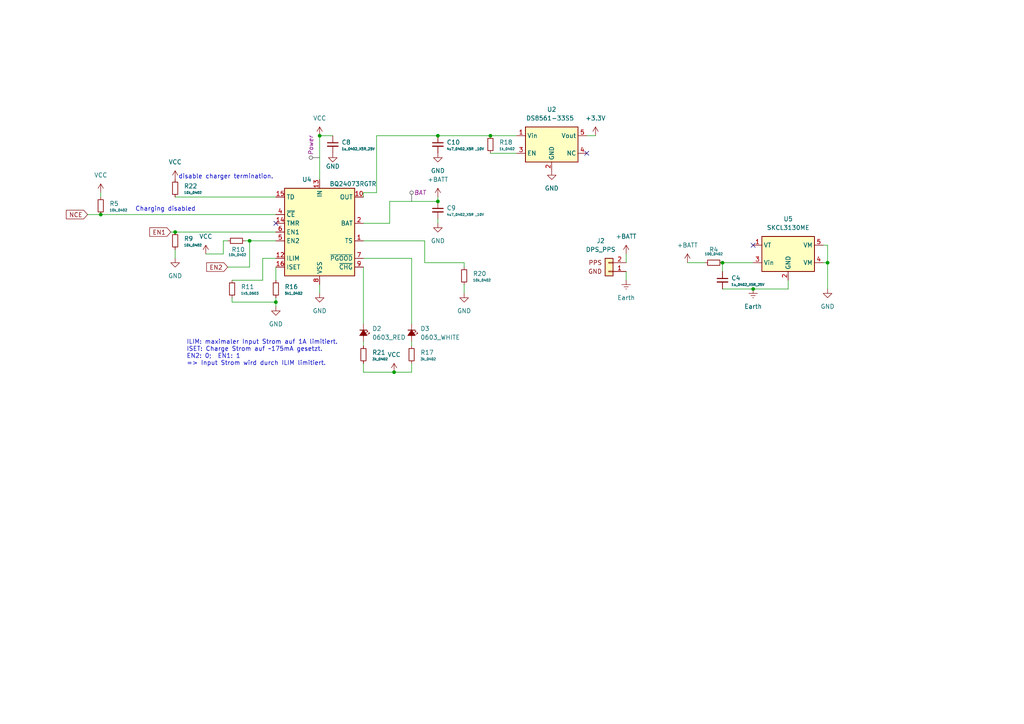
<source format=kicad_sch>
(kicad_sch (version 20231120) (generator "eeschema") (generator_version "8.0")
  (paper "A4")
  (lib_symbols
    (symbol "Battery_Management:BQ24072RGT"
      (property "Reference" "U" (at -8.89 13.97 0))
      (property "Value" "BQ24072RGT" (at 16.51 13.97 0))
      (symbol "BQ24072RGT_0_1"
        (rectangle (start -10.16 12.7) (end 10.16 -12.7) (stroke (width 0.254)) (fill (type background)))
      )
      (symbol "BQ24072RGT_1_1"
        (pin passive line (at 12.7 -2.54 180) (length 2.54) (name "TS") (number "1"))
        (pin power_out line (at 12.7 10.16 180) (length 2.54) (name "OUT") (number "10"))
        (pin passive line (at 12.7 10.16 180) (length 2.54) hide (name "OUT") (number "11"))
        (pin passive line (at -12.7 -7.62 0) (length 2.54) (name "ILIM") (number "12"))
        (pin power_in line (at 0 15.24 270) (length 2.54) (name "IN") (number "13"))
        (pin input line (at -12.7 2.54 0) (length 2.54) (name "TMR") (number "14"))
        (pin input line (at -12.7 10.16 0) (length 2.54) (name "TD") (number "15"))
        (pin passive line (at -12.7 -10.16 0) (length 2.54) (name "ISET") (number "16"))
        (pin passive line (at 0 -15.24 90) (length 2.54) hide (name "VSS") (number "17"))
        (pin power_out line (at 12.7 2.54 180) (length 2.54) (name "BAT") (number "2"))
        (pin passive line (at 12.7 2.54 180) (length 2.54) hide (name "BAT") (number "3"))
        (pin input line (at -12.7 5.08 0) (length 2.54) (name "~{CE}") (number "4"))
        (pin input line (at -12.7 -2.54 0) (length 2.54) (name "EN2") (number "5"))
        (pin input line (at -12.7 0 0) (length 2.54) (name "EN1") (number "6"))
        (pin open_collector line (at 12.7 -7.62 180) (length 2.54) (name "~{PGOOD}") (number "7"))
        (pin power_in line (at 0 -15.24 90) (length 2.54) (name "VSS") (number "8"))
        (pin open_collector line (at 12.7 -10.16 180) (length 2.54) (name "~{CHG}") (number "9"))
      )
    )
    (symbol "DPS_connectors:DPS_PPS" (pin_names (offset 1.016) hide)
      (property "Reference" "J" (at 0 3.81 0))
      (property "Value" "DPS_PPS" (at 0 -3.81 0))
      (symbol "DPS_PPS_0_0"
        (text "GND" (at 1.905 1.27 0) (effects (font (size 1.27 1.27)) (justify left)))
      )
      (symbol "DPS_PPS_1_0"
        (text "PPS" (at 1.905 -1.27 0) (effects (font (size 1.27 1.27)) (justify left)))
      )
      (symbol "DPS_PPS_1_1"
        (rectangle (start -1.27 -1.143) (end 0 -1.397) (stroke (width 0.1524)))
        (rectangle (start -1.27 1.397) (end 0 1.143) (stroke (width 0.1524)))
        (rectangle (start -1.27 2.54) (end 1.016 -2.54) (stroke (width 0.254)) (fill (type background)))
        (pin passive line (at -5.08 1.27 0) (length 3.81) (name "Pin_1") (number "1"))
        (pin passive line (at -5.08 -1.27 0) (length 3.81) (name "Pin_2") (number "2"))
      )
    )
    (symbol "Lil-Lib:DS8561-33S5"
      (property "Reference" "U" (at -7.62 6.35 0))
      (property "Value" "DS8561-33S5 " (at 2.54 -6.35 0))
      (symbol "DS8561-33S5_1_1"
        (rectangle (start -7.62 5.08) (end 7.62 -5.08) (stroke (width 0.254)) (fill (type background)))
        (pin input line (at -10.16 2.54 0) (length 2.54) (name "Vin") (number "1"))
        (pin power_in line (at 0 -7.62 90) (length 2.54) (name "GND") (number "2"))
        (pin bidirectional line (at -10.16 -2.54 0) (length 2.54) (name "EN") (number "3"))
        (pin power_in line (at 10.16 -2.54 180) (length 2.54) (name "NC") (number "4"))
        (pin input line (at 10.16 2.54 180) (length 2.54) (name "Vout") (number "5"))
      )
    )
    (symbol "Lil-Lib:SKCL3130ME"
      (property "Reference" "U" (at -7.62 6.35 0))
      (property "Value" "SKCL3130ME" (at 2.54 -6.35 0))
      (symbol "SKCL3130ME_1_1"
        (rectangle (start -7.62 5.08) (end 7.62 -5.08) (stroke (width 0.254)) (fill (type background)))
        (pin input line (at -10.16 2.54 0) (length 2.54) (name "VT") (number "1"))
        (pin power_in line (at 0 -7.62 90) (length 2.54) (name "GND") (number "2"))
        (pin bidirectional line (at -10.16 -2.54 0) (length 2.54) (name "Vin") (number "3"))
        (pin power_in line (at 10.16 -2.54 180) (length 2.54) (name "VM") (number "4"))
        (pin input line (at 10.16 2.54 180) (length 2.54) (name "VM") (number "5"))
      )
    )
    (symbol "capacitor_smd_extended:4u7_0402_X5R _10V" (pin_numbers hide) (pin_names (offset 0.254) hide)
      (property "Reference" "C" (at 0.254 1.778 0))
      (property "Value" "4u7_0402_X5R _10V" (at 0.254 -2.032 0))
      (symbol "4u7_0402_X5R _10V_0_1"
        (polyline (pts (xy -1.524 -0.508) (xy 1.524 -0.508)) (stroke (width 0.3302)))
        (polyline (pts (xy -1.524 0.508) (xy 1.524 0.508)) (stroke (width 0.3048)))
      )
      (symbol "4u7_0402_X5R _10V_1_1"
        (pin passive line (at 0 2.54 270) (length 2.032) (name "~") (number "1"))
        (pin passive line (at 0 -2.54 90) (length 2.032) (name "~") (number "2"))
      )
    )
    (symbol "capacitor_smd_standard:1u_0402_X5R_25V" (pin_numbers hide) (pin_names (offset 0.254) hide)
      (property "Reference" "C" (at 0.254 1.778 0))
      (property "Value" "1u_0402_X5R_25V" (at 0.254 -2.032 0))
      (symbol "1u_0402_X5R_25V_0_1"
        (polyline (pts (xy -1.524 -0.508) (xy 1.524 -0.508)) (stroke (width 0.3302)))
        (polyline (pts (xy -1.524 0.508) (xy 1.524 0.508)) (stroke (width 0.3048)))
      )
      (symbol "1u_0402_X5R_25V_1_1"
        (pin passive line (at 0 2.54 270) (length 2.032) (name "~") (number "1"))
        (pin passive line (at 0 -2.54 90) (length 2.032) (name "~") (number "2"))
      )
    )
    (symbol "led:0603_GREEN" (pin_numbers hide) (pin_names (offset 0.254) hide)
      (property "Reference" "D" (at -1.27 3.175 0))
      (property "Value" "0603_GREEN" (at -4.445 -2.54 0))
      (symbol "0603_GREEN_0_1"
        (polyline (pts (xy -0.762 -1.016) (xy -0.762 1.016)) (stroke (width 0.254)))
        (polyline (pts (xy 1.016 0) (xy -0.762 0)))
        (polyline (pts (xy 0.762 -1.016) (xy -0.762 0) (xy 0.762 1.016) (xy 0.762 -1.016)) (stroke (width 0.254)) (fill (type outline)))
        (polyline (pts (xy 0 0.762) (xy -0.508 1.27) (xy -0.254 1.27) (xy -0.508 1.27) (xy -0.508 1.016)))
        (polyline (pts (xy 0.508 1.27) (xy 0 1.778) (xy 0.254 1.778) (xy 0 1.778) (xy 0 1.524)))
      )
      (symbol "0603_GREEN_1_1"
        (pin passive line (at -2.54 0 0) (length 1.778) (name "K") (number "1"))
        (pin passive line (at 2.54 0 180) (length 1.778) (name "A") (number "2"))
      )
    )
    (symbol "led:0603_RED" (pin_numbers hide) (pin_names (offset 0.254) hide)
      (property "Reference" "D" (at -1.27 3.175 0))
      (property "Value" "0603_RED" (at -4.445 -2.54 0))
      (symbol "0603_RED_0_1"
        (polyline (pts (xy -0.762 -1.016) (xy -0.762 1.016)) (stroke (width 0.254)))
        (polyline (pts (xy 1.016 0) (xy -0.762 0)))
        (polyline (pts (xy 0.762 -1.016) (xy -0.762 0) (xy 0.762 1.016) (xy 0.762 -1.016)) (stroke (width 0.254)) (fill (type outline)))
        (polyline (pts (xy 0 0.762) (xy -0.508 1.27) (xy -0.254 1.27) (xy -0.508 1.27) (xy -0.508 1.016)))
        (polyline (pts (xy 0.508 1.27) (xy 0 1.778) (xy 0.254 1.778) (xy 0 1.778) (xy 0 1.524)))
      )
      (symbol "0603_RED_1_1"
        (pin passive line (at -2.54 0 0) (length 1.778) (name "K") (number "1"))
        (pin passive line (at 2.54 0 180) (length 1.778) (name "A") (number "2"))
      )
    )
    (symbol "power:+3.3V" (power) (pin_names (offset 0))
      (property "Value" "+3.3V" (at 0 3.556 0))
      (symbol "+3.3V_0_1"
        (polyline (pts (xy -0.762 1.27) (xy 0 2.54)))
        (polyline (pts (xy 0 0) (xy 0 2.54)))
        (polyline (pts (xy 0 2.54) (xy 0.762 1.27)))
      )
      (symbol "+3.3V_1_1"
        (pin power_in line (at 0 0 90) (length 0) hide (name "+3.3V") (number "1"))
      )
    )
    (symbol "power:+BATT" (power) (pin_names (offset 0))
      (property "Value" "+BATT" (at 0 3.556 0))
      (symbol "+BATT_0_1"
        (polyline (pts (xy -0.762 1.27) (xy 0 2.54)))
        (polyline (pts (xy 0 0) (xy 0 2.54)))
        (polyline (pts (xy 0 2.54) (xy 0.762 1.27)))
      )
      (symbol "+BATT_1_1"
        (pin power_in line (at 0 0 90) (length 0) hide (name "+BATT") (number "1"))
      )
    )
    (symbol "power:Earth" (power) (pin_numbers hide) (pin_names (offset 0) hide)
      (property "Value" "Earth" (at 0 -3.81 0))
      (symbol "Earth_0_1"
        (polyline (pts (xy -0.635 -1.905) (xy 0.635 -1.905)))
        (polyline (pts (xy -0.127 -2.54) (xy 0.127 -2.54)))
        (polyline (pts (xy 0 -1.27) (xy 0 0)))
        (polyline (pts (xy 1.27 -1.27) (xy -1.27 -1.27)))
      )
      (symbol "Earth_1_1"
        (pin power_in line (at 0 0 270) (length 0) (name "~") (number "1"))
      )
    )
    (symbol "power:GND" (power) (pin_names (offset 0))
      (property "Value" "GND" (at 0 -3.81 0))
      (symbol "GND_0_1"
        (polyline (pts (xy 0 0) (xy 0 -1.27) (xy 1.27 -1.27) (xy 0 -2.54) (xy -1.27 -1.27) (xy 0 -1.27)))
      )
      (symbol "GND_1_1"
        (pin power_in line (at 0 0 270) (length 0) hide (name "GND") (number "1"))
      )
    )
    (symbol "power:VCC" (power) (pin_names (offset 0))
      (property "Value" "VCC" (at 0 3.81 0))
      (symbol "VCC_0_1"
        (polyline (pts (xy -0.762 1.27) (xy 0 2.54)))
        (polyline (pts (xy 0 0) (xy 0 2.54)))
        (polyline (pts (xy 0 2.54) (xy 0.762 1.27)))
      )
      (symbol "VCC_1_1"
        (pin power_in line (at 0 0 90) (length 0) hide (name "VCC") (number "1"))
      )
    )
    (symbol "resistor_smd_standard:100_0402" (pin_numbers hide) (pin_names (offset 0.254) hide)
      (property "Reference" "R" (at 1.27 1.27 0))
      (property "Value" "100_0402" (at 1.27 0 0))
      (symbol "100_0402_0_1"
        (rectangle (start -0.762 1.778) (end 0.762 -1.778) (stroke (width 0.2032)))
      )
      (symbol "100_0402_1_1"
        (pin passive line (at 0 2.54 270) (length 0.762) (name "~") (number "1"))
        (pin passive line (at 0 -2.54 90) (length 0.762) (name "~") (number "2"))
      )
    )
    (symbol "resistor_smd_standard:10k_0402" (pin_numbers hide) (pin_names (offset 0.254) hide)
      (property "Reference" "R" (at 1.27 1.27 0))
      (property "Value" "10k_0402" (at 1.27 0 0))
      (symbol "10k_0402_0_1"
        (rectangle (start -0.762 1.778) (end 0.762 -1.778) (stroke (width 0.2032)))
      )
      (symbol "10k_0402_1_1"
        (pin passive line (at 0 2.54 270) (length 0.762) (name "~") (number "1"))
        (pin passive line (at 0 -2.54 90) (length 0.762) (name "~") (number "2"))
      )
    )
    (symbol "resistor_smd_standard:1k5_0603" (pin_numbers hide) (pin_names (offset 0.254) hide)
      (property "Reference" "R" (at 1.27 1.27 0))
      (property "Value" "1k5_0603" (at 1.27 0 0))
      (symbol "1k5_0603_0_1"
        (rectangle (start -0.762 1.778) (end 0.762 -1.778) (stroke (width 0.2032)))
      )
      (symbol "1k5_0603_1_1"
        (pin passive line (at 0 2.54 270) (length 0.762) (name "~") (number "1"))
        (pin passive line (at 0 -2.54 90) (length 0.762) (name "~") (number "2"))
      )
    )
    (symbol "resistor_smd_standard:1k_0402" (pin_numbers hide) (pin_names (offset 0.254) hide)
      (property "Reference" "R" (at 1.27 1.27 0))
      (property "Value" "1k_0402" (at 1.27 0 0))
      (symbol "1k_0402_0_1"
        (rectangle (start -0.762 1.778) (end 0.762 -1.778) (stroke (width 0.2032)))
      )
      (symbol "1k_0402_1_1"
        (pin passive line (at 0 2.54 270) (length 0.762) (name "~") (number "1"))
        (pin passive line (at 0 -2.54 90) (length 0.762) (name "~") (number "2"))
      )
    )
    (symbol "resistor_smd_standard:3k_0402" (pin_numbers hide) (pin_names (offset 0.254) hide)
      (property "Reference" "R" (at 1.27 1.27 0))
      (property "Value" "3k_0402" (at 1.27 0 0))
      (symbol "3k_0402_0_1"
        (rectangle (start -0.762 1.778) (end 0.762 -1.778) (stroke (width 0.2032)))
      )
      (symbol "3k_0402_1_1"
        (pin passive line (at 0 2.54 270) (length 0.762) (name "~") (number "1"))
        (pin passive line (at 0 -2.54 90) (length 0.762) (name "~") (number "2"))
      )
    )
    (symbol "resistor_smd_standard:8k2_0402" (pin_numbers hide) (pin_names (offset 0.254) hide)
      (property "Reference" "R" (at 1.27 1.27 0))
      (property "Value" "8k2_0402" (at 1.27 0 0))
      (symbol "8k2_0402_0_1"
        (rectangle (start -0.762 1.778) (end 0.762 -1.778) (stroke (width 0.2032)))
      )
      (symbol "8k2_0402_1_1"
        (pin passive line (at 0 2.54 270) (length 0.762) (name "~") (number "1"))
        (pin passive line (at 0 -2.54 90) (length 0.762) (name "~") (number "2"))
      )
    )
  )
  (junction (at 114.3 107.95))
  (junction (at 209.55 76.2))
  (junction (at 80.01 87.63))
  (junction (at 240.03 76.2))
  (junction (at 29.21 62.23))
  (junction (at 50.8 67.31))
  (junction (at 127 58.42))
  (junction (at 142.24 39.37))
  (junction (at 92.71 39.37))
  (junction (at 218.44 83.82))
  (junction (at 72.39 69.85))
  (junction (at 127 39.37))
  (no_connect (at 218.44 71.12))
  (no_connect (at 170.18 44.45))
  (no_connect (at 80.01 64.77))
  (wire (pts (xy 109.22 55.88) (xy 105.41 55.88)))
  (wire (pts (xy 113.03 58.42) (xy 127 58.42)))
  (wire (pts (xy 92.71 39.37) (xy 92.71 52.07)))
  (wire (pts (xy 181.61 81.28) (xy 181.61 78.74)))
  (wire (pts (xy 181.61 73.66) (xy 181.61 76.2)))
  (wire (pts (xy 71.12 69.85) (xy 72.39 69.85)))
  (wire (pts (xy 123.19 76.2) (xy 134.62 76.2)))
  (wire (pts (xy 67.31 81.28) (xy 76.2 81.28)))
  (wire (pts (xy 228.6 83.82) (xy 228.6 81.28)))
  (wire (pts (xy 218.44 83.82) (xy 228.6 83.82)))
  (wire (pts (xy 127 63.5) (xy 127 64.77)))
  (wire (pts (xy 105.41 105.41) (xy 105.41 107.95)))
  (wire (pts (xy 92.71 82.55) (xy 92.71 85.09)))
  (wire (pts (xy 105.41 93.98) (xy 105.41 77.47)))
  (wire (pts (xy 240.03 71.12) (xy 238.76 71.12)))
  (wire (pts (xy 109.22 39.37) (xy 127 39.37)))
  (wire (pts (xy 80.01 87.63) (xy 80.01 88.9)))
  (wire (pts (xy 114.3 107.95) (xy 119.38 107.95)))
  (wire (pts (xy 142.24 39.37) (xy 149.86 39.37)))
  (wire (pts (xy 72.39 69.85) (xy 80.01 69.85)))
  (wire (pts (xy 80.01 77.47) (xy 80.01 81.28)))
  (wire (pts (xy 119.38 93.98) (xy 119.38 74.93)))
  (wire (pts (xy 240.03 76.2) (xy 238.76 76.2)))
  (wire (pts (xy 209.55 76.2) (xy 209.55 78.74)))
  (wire (pts (xy 66.04 69.85) (xy 64.77 69.85)))
  (wire (pts (xy 49.53 67.31) (xy 50.8 67.31)))
  (wire (pts (xy 25.4 62.23) (xy 29.21 62.23)))
  (wire (pts (xy 50.8 57.15) (xy 80.01 57.15)))
  (wire (pts (xy 134.62 76.2) (xy 134.62 77.47)))
  (wire (pts (xy 119.38 99.06) (xy 119.38 100.33)))
  (wire (pts (xy 209.55 76.2) (xy 218.44 76.2)))
  (wire (pts (xy 105.41 69.85) (xy 123.19 69.85)))
  (wire (pts (xy 64.77 73.66) (xy 59.69 73.66)))
  (wire (pts (xy 209.55 83.82) (xy 218.44 83.82)))
  (wire (pts (xy 127 39.37) (xy 142.24 39.37)))
  (wire (pts (xy 105.41 55.88) (xy 105.41 57.15)))
  (wire (pts (xy 199.39 76.2) (xy 204.47 76.2)))
  (wire (pts (xy 123.19 69.85) (xy 123.19 76.2)))
  (wire (pts (xy 72.39 77.47) (xy 72.39 69.85)))
  (wire (pts (xy 170.18 39.37) (xy 172.72 39.37)))
  (wire (pts (xy 50.8 72.39) (xy 50.8 74.93)))
  (wire (pts (xy 134.62 82.55) (xy 134.62 85.09)))
  (wire (pts (xy 50.8 67.31) (xy 80.01 67.31)))
  (wire (pts (xy 29.21 62.23) (xy 80.01 62.23)))
  (wire (pts (xy 76.2 81.28) (xy 76.2 74.93)))
  (wire (pts (xy 109.22 39.37) (xy 109.22 55.88)))
  (wire (pts (xy 66.04 77.47) (xy 72.39 77.47)))
  (wire (pts (xy 76.2 74.93) (xy 80.01 74.93)))
  (wire (pts (xy 29.21 55.88) (xy 29.21 57.15)))
  (wire (pts (xy 105.41 107.95) (xy 114.3 107.95)))
  (wire (pts (xy 80.01 86.36) (xy 80.01 87.63)))
  (wire (pts (xy 119.38 74.93) (xy 105.41 74.93)))
  (wire (pts (xy 113.03 64.77) (xy 105.41 64.77)))
  (wire (pts (xy 67.31 86.36) (xy 67.31 87.63)))
  (wire (pts (xy 142.24 44.45) (xy 149.86 44.45)))
  (wire (pts (xy 240.03 71.12) (xy 240.03 76.2)))
  (wire (pts (xy 67.31 87.63) (xy 80.01 87.63)))
  (wire (pts (xy 127 57.15) (xy 127 58.42)))
  (wire (pts (xy 113.03 58.42) (xy 113.03 64.77)))
  (wire (pts (xy 92.71 39.37) (xy 96.52 39.37)))
  (wire (pts (xy 64.77 69.85) (xy 64.77 73.66)))
  (wire (pts (xy 119.38 107.95) (xy 119.38 105.41)))
  (wire (pts (xy 240.03 83.82) (xy 240.03 76.2)))
  (wire (pts (xy 105.41 99.06) (xy 105.41 100.33)))
  (text "Charging disabled\n" (at 48.006 60.706 0) (effects (font (size 1.27 1.27))))
  (text "disable charger termination." (at 65.532 51.308 0) (effects (font (size 1.27 1.27))))
  (text "ILIM: maximaler Input Strom auf 1A limitiert.\nISET: Charge Strom auf ~175mA gesetzt.\nEN2: 0;  EN1: 1 \n=> Input Strom wird durch ILIM limitiert." (at 54.102 106.172 0) (effects (font (size 1.27 1.27)) (justify left bottom)))
  (global_label "EN1" (shape input) (at 49.53 67.31 180) (property "Intersheetrefs" "${INTERSHEET_REFS}" (effects (hide yes))))
  (global_label "EN2" (shape input) (at 66.04 77.47 180) (property "Intersheetrefs" "${INTERSHEET_REFS}" (effects (hide yes))))
  (global_label "NCE" (shape input) (at 25.4 62.23 180) (property "Intersheetrefs" "${INTERSHEET_REFS}" (effects (hide yes))))
  (netclass_flag "" (length 2.54) (shape round) (at 92.71 45.72 90) (property "Netclass" "Power" (at 90.17 45.0215 90) (effects (font (italic yes)) (justify left))))
  (netclass_flag "" (length 2.54) (shape round) (at 119.38 58.42 0) (property "Netclass" "BAT" (at 120.0785 55.88 0) (effects (font (italic yes)) (justify left))))
  (symbol (lib_id "power:+BATT") (at 199.39 76.2 0) (unit 1)
    (property "Reference" "#PWR014" (effects (hide yes)))
    (property "Value" "+BATT" (at 199.39 71.12 0))
  )
  (symbol (lib_id "led:0603_RED") (at 105.41 96.52 270) (unit 1)
    (property "Reference" "D2" (at 107.95 95.3135 90) (effects (justify left)))
    (property "Value" "0603_RED" (at 107.95 97.8535 90) (effects (justify left)))
    (property "Footprint" "LED_SMD:LED_0603_1608Metric" (effects (hide yes)))
    (property "Datasheet" "https://datasheet.lcsc.com/lcsc/1811101510_Everlight-Elec-19-217-GHC-YR1S2-3T_C72043.pdf" (effects (hide yes)))
    (property "LCSC" "C2286" (effects (hide yes)))
    (property "Partnumber" "KT-0603R" (effects (hide yes)))
    (property "Price1000" "0.0035" (effects (hide yes)))
  )
  (symbol (lib_id "power:VCC") (at 114.3 107.95 0) (unit 1)
    (property "Reference" "#PWR030" (effects (hide yes)))
    (property "Value" "VCC" (at 114.3 102.87 0))
  )
  (symbol (lib_id "capacitor_smd_standard:1u_0402_X5R_25V") (at 96.52 41.91 0) (unit 1)
    (property "Reference" "C8" (at 99.06 41.2813 0) (effects (justify left)))
    (property "Value" "1u_0402_X5R_25V" (at 99.06 43.1863 0) (effects (font (size 0.7 0.7)) (justify left)))
    (property "Footprint" "Capacitor_SMD:C_0402_1005Metric" (effects (hide yes)))
    (property "Datasheet" "https://datasheet.lcsc.com/lcsc/1811091611_Samsung-Electro-Mechanics-CL05A105KA5NQNC_C52923.pdf" (effects (hide yes)))
    (property "LCSC" "C52923" (effects (hide yes)))
    (property "Price1000" "0.0020" (effects (hide yes)))
  )
  (symbol (lib_id "power:GND") (at 160.02 49.53 0) (unit 1)
    (property "Reference" "#PWR040" (effects (hide yes)))
    (property "Value" "GND" (at 160.02 54.61 0))
  )
  (symbol (lib_id "power:GND") (at 92.71 85.09 0) (unit 1)
    (property "Reference" "#PWR025" (effects (hide yes)))
    (property "Value" "GND" (at 92.71 90.17 0))
  )
  (symbol (lib_id "power:GND") (at 127 64.77 0) (unit 1)
    (property "Reference" "#PWR037" (effects (hide yes)))
    (property "Value" "GND" (at 127 69.85 0))
  )
  (symbol (lib_id "power:VCC") (at 59.69 73.66 0) (unit 1)
    (property "Reference" "#PWR018" (effects (hide yes)))
    (property "Value" "VCC" (at 59.69 68.58 0))
  )
  (symbol (lib_id "resistor_smd_standard:8k2_0402") (at 80.01 83.82 0) (unit 1)
    (property "Reference" "R16" (at 82.55 83.1849 0) (effects (justify left)))
    (property "Value" "5k1_0402" (at 82.55 85.09 0) (effects (font (size 0.7 0.7)) (justify left)))
    (property "Footprint" "Resistor_SMD:R_0402_1005Metric" (effects (hide yes)))
    (property "Datasheet" "https://datasheet.lcsc.com/lcsc/2206010045_UNI-ROYAL-Uniroyal-Elec-0402WGF8201TCE_C25924.pdf" (effects (hide yes)))
    (property "Description" "62.5mW Thick Film Resistors 50V ±100ppm/℃ ±1% 5.1kΩ 0402 Chip Resistor - Surface Mount ROHS" (effects (hide yes)))
    (property "LCSC" "C25905" (effects (hide yes)))
    (property "PriceReel" "0.0003" (effects (hide yes)))
    (property "QtyReel" "10000" (effects (hide yes)))
  )
  (symbol (lib_id "power:VCC") (at 29.21 55.88 0) (unit 1)
    (property "Reference" "#PWR043" (effects (hide yes)))
    (property "Value" "VCC" (at 29.21 50.8 0))
  )
  (symbol (lib_id "Lil-Lib:SKCL3130ME") (at 228.6 73.66 0) (unit 1)
    (property "Reference" "U5" (at 228.6 63.5 0))
    (property "Value" "SKCL3130ME" (at 228.6 66.04 0))
    (property "Footprint" "Package_TO_SOT_SMD:SOT-23-5" (effects (hide yes)))
    (property "Datasheet" "https://wmsc.lcsc.com/wmsc/upload/file/pdf/v2/lcsc/2201121900_Shikues-SKCL3130ME_C2941741.pdf" (effects (hide yes)))
    (property "Description" "-300mV~6V Lithium-ion/Polymer 1 SOT-23-5 Battery Management ICs ROHS " (effects (hide yes)))
    (property "LCSC" "C2941741 " (effects (hide yes)))
    (property "Price1000" "0.0303" (effects (hide yes)))
  )
  (symbol (lib_id "capacitor_smd_extended:4u7_0402_X5R _10V") (at 127 41.91 0) (unit 1)
    (property "Reference" "C10" (at 129.54 41.2813 0) (effects (justify left)))
    (property "Value" "4u7_0402_X5R _10V" (at 129.54 43.1863 0) (effects (font (size 0.7 0.7)) (justify left)))
    (property "Footprint" "Capacitor_SMD:C_0402_1005Metric" (effects (hide yes)))
    (property "Datasheet" "https://datasheet.lcsc.com/lcsc/2211101800_VIIYONG-V475K0402X5R100NCT_C5252390.pdf" (effects (hide yes)))
    (property "LCSC" "C23733" (effects (hide yes)))
  )
  (symbol (lib_id "Lil-Lib:DS8561-33S5") (at 160.02 41.91 0) (unit 1)
    (property "Reference" "U2" (at 160.02 31.75 0))
    (property "Value" "DS8561-33S5 " (at 160.02 34.29 0))
    (property "Footprint" "Package_TO_SOT_SMD:SOT-23-5" (effects (hide yes)))
    (property "Datasheet" "https://wmsc.lcsc.com/wmsc/upload/file/pdf/v2/lcsc/2305121703_DSTECH-DS8561-33S5_C5795637.pdf" (effects (hide yes)))
    (property "Description" "75dB@(1kHz) 300mA null 3.3V Positive electrode SOT23-5 Linear Voltage Regulators (LDO) ROHS " (effects (hide yes)))
    (property "LCSC" "C5795637" (effects (hide yes)))
    (property "Price1000" "0.0303" (effects (hide yes)))
  )
  (symbol (lib_id "resistor_smd_standard:1k5_0603") (at 67.31 83.82 0) (unit 1)
    (property "Reference" "R11" (at 69.85 83.185 0) (effects (justify left)))
    (property "Value" "1k5_0603" (at 69.85 85.09 0) (effects (font (size 0.7 0.7)) (justify left)))
    (property "Footprint" "Resistor_SMD:R_0603_1608Metric" (effects (hide yes)))
    (property "Datasheet" "https://datasheet.lcsc.com/lcsc/2110252030_UNI-ROYAL-Uniroyal-Elec-0603WAF1501T5E_C22843.pdf" (effects (hide yes)))
    (property "Description" "±1% 1/10W Thick Film Resistors 75V ±100ppm/℃ -55℃~+155℃ 1.5kΩ 0603 Chip Resistor - Surface Mount ROHS" (effects (hide yes)))
    (property "LCSC" "C22843" (effects (hide yes)))
    (property "Tollerance" "1%" (effects (hide yes)))
    (property "Voltage" "75V" (effects (hide yes)))
  )
  (symbol (lib_id "resistor_smd_standard:10k_0402") (at 29.21 59.69 0) (unit 1)
    (property "Reference" "R5" (at 31.75 59.0549 0) (effects (justify left)))
    (property "Value" "10k_0402" (at 31.75 60.96 0) (effects (font (size 0.7 0.7)) (justify left)))
    (property "Footprint" "Resistor_SMD:R_0402_1005Metric" (effects (hide yes)))
    (property "Datasheet" "https://datasheet.lcsc.com/lcsc/2110260030_UNI-ROYAL-Uniroyal-Elec-0402WGF1002TCE_C25744.pdf" (effects (hide yes)))
    (property "Description" "±1% 1/16W Thick Film Resistors 50V ±100ppm/℃ -55℃~+155℃ 10kΩ 0402 Chip Resistor - Surface Mount ROHS" (effects (hide yes)))
    (property "LCSC" "C25744" (effects (hide yes)))
    (property "Tollerance" "1%" (effects (hide yes)))
    (property "Voltage" "50V" (effects (hide yes)))
    (property "Price1000" "0.0005" (effects (hide yes)))
  )
  (symbol (lib_id "power:GND") (at 134.62 85.09 0) (unit 1)
    (property "Reference" "#PWR038" (effects (hide yes)))
    (property "Value" "GND" (at 134.62 90.17 0))
  )
  (symbol (lib_id "power:GND") (at 240.03 83.82 0) (unit 1)
    (property "Reference" "#PWR015" (effects (hide yes)))
    (property "Value" "GND" (at 240.03 88.9 0))
  )
  (symbol (lib_id "power:Earth") (at 181.61 81.28 0) (unit 1)
    (property "Reference" "#PWR045" (effects (hide yes)))
    (property "Value" "Earth" (at 181.61 86.36 0))
    (property "Description" "Power symbol creates a global label with name \"Earth\"" (effects (hide yes)))
  )
  (symbol (lib_id "power:+3.3V") (at 172.72 39.37 0) (unit 1)
    (property "Reference" "#PWR041" (effects (hide yes)))
    (property "Value" "+3.3V" (at 172.72 34.29 0))
  )
  (symbol (lib_id "power:VCC") (at 50.8 52.07 0) (unit 1)
    (property "Reference" "#PWR042" (effects (hide yes)))
    (property "Value" "VCC" (at 50.8 46.99 0))
  )
  (symbol (lib_id "resistor_smd_standard:10k_0402") (at 134.62 80.01 0) (unit 1)
    (property "Reference" "R20" (at 137.16 79.3749 0) (effects (justify left)))
    (property "Value" "10k_0402" (at 137.16 81.28 0) (effects (font (size 0.7 0.7)) (justify left)))
    (property "Footprint" "Resistor_SMD:R_0402_1005Metric" (effects (hide yes)))
    (property "Datasheet" "https://datasheet.lcsc.com/lcsc/2110260030_UNI-ROYAL-Uniroyal-Elec-0402WGF1002TCE_C25744.pdf" (effects (hide yes)))
    (property "Description" "±1% 1/16W Thick Film Resistors 50V ±100ppm/℃ -55℃~+155℃ 10kΩ 0402 Chip Resistor - Surface Mount ROHS" (effects (hide yes)))
    (property "LCSC" "C25744" (effects (hide yes)))
    (property "Tollerance" "1%" (effects (hide yes)))
    (property "Voltage" "50V" (effects (hide yes)))
    (property "Price1000" "0.0005" (effects (hide yes)))
  )
  (symbol (lib_id "led:0603_GREEN") (at 119.38 96.52 270) (unit 1)
    (property "Reference" "D3" (at 121.92 95.3135 90) (effects (justify left)))
    (property "Value" "0603_WHITE" (at 121.92 97.8535 90) (effects (justify left)))
    (property "Footprint" "LED_SMD:LED_0603_1608Metric" (effects (hide yes)))
    (property "Datasheet" "https://wmsc.lcsc.com/wmsc/upload/file/pdf/v2/lcsc/2305091500_Hubei-KENTO-Elec-KT-0603W_C2290.pdf" (effects (hide yes)))
    (property "LCSC" "C2290" (effects (hide yes)))
    (property "Partnumber" "19-217/GHC-YR1S2/3T" (effects (hide yes)))
    (property "Price1000" "0.0155" (effects (hide yes)))
  )
  (symbol (lib_id "power:VCC") (at 92.71 39.37 0) (unit 1)
    (property "Reference" "#PWR023" (effects (hide yes)))
    (property "Value" "VCC" (at 92.71 34.29 0))
  )
  (symbol (lib_id "power:GND") (at 80.01 88.9 0) (unit 1)
    (property "Reference" "#PWR020" (effects (hide yes)))
    (property "Value" "GND" (at 80.01 93.98 0))
  )
  (symbol (lib_id "resistor_smd_standard:3k_0402") (at 105.41 102.87 0) (unit 1)
    (property "Reference" "R21" (at 107.95 102.2349 0) (effects (justify left)))
    (property "Value" "3k_0402" (at 107.95 104.14 0) (effects (font (size 0.7 0.7)) (justify left)))
    (property "Footprint" "Resistor_SMD:R_0402_1005Metric" (effects (hide yes)))
    (property "Datasheet" "https://datasheet.lcsc.com/lcsc/2206010045_UNI-ROYAL-Uniroyal-Elec-0402WGF3301TCE_C25890.pdf" (effects (hide yes)))
    (property "Description" "62.5mW Thick Film Resistors 50V ±100ppm/℃ ±1% -55℃~+155℃ 3.3kΩ 0402 Chip Resistor - Surface Mount ROHS" (effects (hide yes)))
    (property "LCSC" "C25890" (effects (hide yes)))
    (property "Tollerance" "1%" (effects (hide yes)))
    (property "Voltage" "50V" (effects (hide yes)))
    (property "Price1000" "0.0003" (effects (hide yes)))
  )
  (symbol (lib_id "DPS_connectors:DPS_PPS") (at 176.53 77.47 180) (unit 1)
    (property "Reference" "J2" (at 174.2295 69.85 0))
    (property "Value" "DPS_PPS" (at 174.2295 72.39 0))
    (property "Footprint" "Connector_JST:JST_PH_B2B-PH-K_1x02_P2.00mm_Vertical" (effects (hide yes)))
    (property "Datasheet" "https://datasheet.lcsc.com/lcsc/2304140030_CAX-PH-2A_C722767.pdf" (effects (hide yes)))
    (property "Description" "1x2P 1 2mm Male pin 2 -25℃~+85℃ 5A Straight Plugin,P=2mm Wire To Board / Wire To Wire Connector ROHS " (effects (hide yes)))
    (property "LCSC" "C722767" (effects (hide yes)))
  )
  (symbol (lib_id "power:GND") (at 127 44.45 0) (unit 1)
    (property "Reference" "#PWR039" (effects (hide yes)))
    (property "Value" "GND" (at 127 49.53 0))
  )
  (symbol (lib_id "resistor_smd_standard:3k_0402") (at 119.38 102.87 0) (unit 1)
    (property "Reference" "R17" (at 121.92 102.2349 0) (effects (justify left)))
    (property "Value" "3k_0402" (at 121.92 104.14 0) (effects (font (size 0.7 0.7)) (justify left)))
    (property "Footprint" "Resistor_SMD:R_0402_1005Metric" (effects (hide yes)))
    (property "Datasheet" "https://datasheet.lcsc.com/lcsc/2206010045_UNI-ROYAL-Uniroyal-Elec-0402WGF3301TCE_C25890.pdf" (effects (hide yes)))
    (property "Description" "62.5mW Thick Film Resistors 50V ±100ppm/℃ ±1% -55℃~+155℃ 3.3kΩ 0402 Chip Resistor - Surface Mount ROHS" (effects (hide yes)))
    (property "LCSC" "C25890" (effects (hide yes)))
    (property "Tollerance" "1%" (effects (hide yes)))
    (property "Voltage" "50V" (effects (hide yes)))
    (property "Price1000" "0.0003" (effects (hide yes)))
  )
  (symbol (lib_id "power:+BATT") (at 127 57.15 0) (unit 1)
    (property "Reference" "#PWR031" (effects (hide yes)))
    (property "Value" "+BATT" (at 127 52.07 0))
  )
  (symbol (lib_id "resistor_smd_standard:10k_0402") (at 50.8 69.85 0) (unit 1)
    (property "Reference" "R9" (at 53.34 69.2149 0) (effects (justify left)))
    (property "Value" "10k_0402" (at 53.34 71.12 0) (effects (font (size 0.7 0.7)) (justify left)))
    (property "Footprint" "Resistor_SMD:R_0402_1005Metric" (effects (hide yes)))
    (property "Datasheet" "https://datasheet.lcsc.com/lcsc/2110260030_UNI-ROYAL-Uniroyal-Elec-0402WGF1002TCE_C25744.pdf" (effects (hide yes)))
    (property "Description" "±1% 1/16W Thick Film Resistors 50V ±100ppm/℃ -55℃~+155℃ 10kΩ 0402 Chip Resistor - Surface Mount ROHS" (effects (hide yes)))
    (property "LCSC" "C25744" (effects (hide yes)))
    (property "Tollerance" "1%" (effects (hide yes)))
    (property "Voltage" "50V" (effects (hide yes)))
    (property "Price1000" "0.0005" (effects (hide yes)))
  )
  (symbol (lib_id "resistor_smd_standard:10k_0402") (at 68.58 69.85 90) (unit 1)
    (property "Reference" "R10" (at 69.088 72.39 90))
    (property "Value" "10k_0402" (at 68.834 73.914 90) (effects (font (size 0.7 0.7))))
    (property "Footprint" "Resistor_SMD:R_0402_1005Metric" (effects (hide yes)))
    (property "Datasheet" "https://datasheet.lcsc.com/lcsc/2110260030_UNI-ROYAL-Uniroyal-Elec-0402WGF1002TCE_C25744.pdf" (effects (hide yes)))
    (property "Description" "±1% 1/16W Thick Film Resistors 50V ±100ppm/℃ -55℃~+155℃ 10kΩ 0402 Chip Resistor - Surface Mount ROHS" (effects (hide yes)))
    (property "LCSC" "C25744" (effects (hide yes)))
    (property "Tollerance" "1%" (effects (hide yes)))
    (property "Voltage" "50V" (effects (hide yes)))
    (property "Price1000" "0.0005" (effects (hide yes)))
  )
  (symbol (lib_id "Battery_Management:BQ24072RGT") (at 92.71 67.31 0) (unit 1)
    (property "Reference" "U4" (at 87.63 52.07 0) (effects (justify left)))
    (property "Value" "BQ24073RGTR" (at 109.22 53.34 0) (effects (justify right)))
    (property "Footprint" "Package_DFN_QFN:VQFN-16-1EP_3x3mm_P0.5mm_EP1.6x1.6mm" (effects (hide yes)))
    (property "Datasheet" "http://www.ti.com/lit/ds/symlink/bq24072.pdf" (effects (hide yes)))
    (property "LCSC" "C15220" (effects (hide yes)))
  )
  (symbol (lib_id "capacitor_smd_standard:1u_0402_X5R_25V") (at 209.55 81.28 0) (unit 1)
    (property "Reference" "C4" (at 212.09 80.6512 0) (effects (justify left)))
    (property "Value" "1u_0402_X5R_25V" (at 212.09 82.5563 0) (effects (font (size 0.7 0.7)) (justify left)))
    (property "Footprint" "Capacitor_SMD:C_0402_1005Metric" (effects (hide yes)))
    (property "Datasheet" "https://datasheet.lcsc.com/lcsc/1811091611_Samsung-Electro-Mechanics-CL05A105KA5NQNC_C52923.pdf" (effects (hide yes)))
    (property "Description" "25V 1uF X5R ±10% 0402 Multilayer Ceramic Capacitors MLCC - SMD/SMT ROHS" (effects (hide yes)))
    (property "LCSC" "C52923" (effects (hide yes)))
    (property "Price1000" "0.0020" (effects (hide yes)))
  )
  (symbol (lib_id "resistor_smd_standard:10k_0402") (at 50.8 54.61 0) (unit 1)
    (property "Reference" "R22" (at 53.34 53.9749 0) (effects (justify left)))
    (property "Value" "10k_0402" (at 53.34 55.88 0) (effects (font (size 0.7 0.7)) (justify left)))
    (property "Footprint" "Resistor_SMD:R_0402_1005Metric" (effects (hide yes)))
    (property "Datasheet" "https://datasheet.lcsc.com/lcsc/2110260030_UNI-ROYAL-Uniroyal-Elec-0402WGF1002TCE_C25744.pdf" (effects (hide yes)))
    (property "Description" "±1% 1/16W Thick Film Resistors 50V ±100ppm/℃ -55℃~+155℃ 10kΩ 0402 Chip Resistor - Surface Mount ROHS" (effects (hide yes)))
    (property "LCSC" "C25744" (effects (hide yes)))
    (property "Tollerance" "1%" (effects (hide yes)))
    (property "Voltage" "50V" (effects (hide yes)))
    (property "Price1000" "0.0005" (effects (hide yes)))
  )
  (symbol (lib_id "capacitor_smd_extended:4u7_0402_X5R _10V") (at 127 60.96 0) (unit 1)
    (property "Reference" "C9" (at 129.54 60.3313 0) (effects (justify left)))
    (property "Value" "4u7_0402_X5R _10V" (at 129.54 62.2363 0) (effects (font (size 0.7 0.7)) (justify left)))
    (property "Footprint" "Capacitor_SMD:C_0402_1005Metric" (effects (hide yes)))
    (property "Datasheet" "https://datasheet.lcsc.com/lcsc/2211101800_VIIYONG-V475K0402X5R100NCT_C5252390.pdf" (effects (hide yes)))
    (property "LCSC" "C23733" (effects (hide yes)))
  )
  (symbol (lib_id "resistor_smd_standard:100_0402") (at 207.01 76.2 90) (unit 1)
    (property "Reference" "R4" (at 207.01 72.39 90))
    (property "Value" "100_0402" (at 207.01 73.66 90) (effects (font (size 0.7 0.7))))
    (property "Footprint" "Resistor_SMD:R_0402_1005Metric" (effects (hide yes)))
    (property "Datasheet" "https://datasheet.lcsc.com/lcsc/2110252230_UNI-ROYAL-Uniroyal-Elec-0402WGF1000TCE_C25076.pdf" (effects (hide yes)))
    (property "Description" "±1% 1/16W Thick Film Resistors 50V ±200ppm/℃ -55℃~+155℃ 100Ω 0402 Chip Resistor - Surface Mount ROHS" (effects (hide yes)))
    (property "LCSC" "C25076" (effects (hide yes)))
    (property "Tollerance" "1%" (effects (hide yes)))
    (property "Voltage" "50V" (effects (hide yes)))
    (property "Price1000" "0.0003" (effects (hide yes)))
  )
  (symbol (lib_id "power:GND") (at 50.8 74.93 0) (unit 1)
    (property "Reference" "#PWR016" (effects (hide yes)))
    (property "Value" "GND" (at 50.8 80.01 0))
  )
  (symbol (lib_id "power:GND") (at 96.52 44.45 0) (unit 1)
    (property "Reference" "#PWR026" (effects (hide yes)))
    (property "Value" "GND" (at 96.52 48.26 0))
  )
  (symbol (lib_id "power:+BATT") (at 181.61 73.66 0) (unit 1)
    (property "Reference" "#PWR044" (effects (hide yes)))
    (property "Value" "+BATT" (at 181.61 68.58 0))
  )
  (symbol (lib_id "resistor_smd_standard:1k_0402") (at 142.24 41.91 0) (unit 1)
    (property "Reference" "R18" (at 144.78 41.2749 0) (effects (justify left)))
    (property "Value" "1k_0402" (at 144.78 43.18 0) (effects (font (size 0.7 0.7)) (justify left)))
    (property "Footprint" "Resistor_SMD:R_0402_1005Metric" (effects (hide yes)))
    (property "Datasheet" "https://datasheet.lcsc.com/lcsc/2206010216_UNI-ROYAL-Uniroyal-Elec-0402WGF1001TCE_C11702.pdf" (effects (hide yes)))
    (property "Description" "62.5mW Thick Film Resistors 50V ±100ppm/℃ ±1% -55℃~+155℃ 1kΩ 0402  Chip Resistor - Surface Mount ROHS" (effects (hide yes)))
    (property "LCSC" "C11702" (effects (hide yes)))
    (property "Tollerance" "1%" (effects (hide yes)))
    (property "Voltage" "50V" (effects (hide yes)))
    (property "Price1000" "0.0003" (effects (hide yes)))
  )
  (symbol (lib_id "power:Earth") (at 218.44 83.82 0) (unit 1)
    (property "Reference" "#PWR013" (effects (hide yes)))
    (property "Value" "Earth" (at 218.44 88.9 0))
    (property "Description" "Power symbol creates a global label with name \"Earth\"" (effects (hide yes)))
  )
)
</source>
